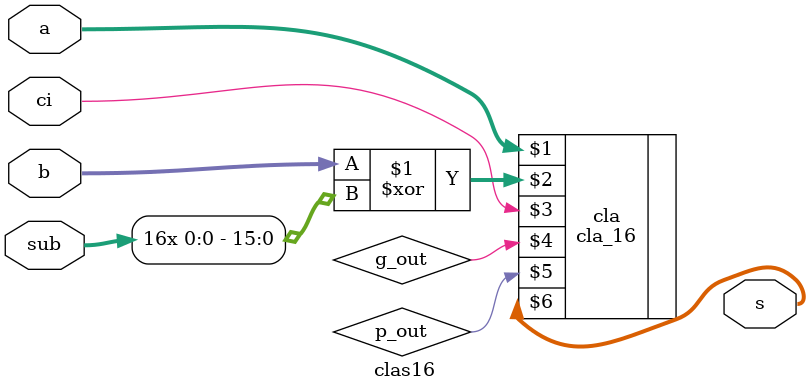
<source format=v>
/************************************************
  The Verilog HDL code example is from the book
  Computer Principles and Design in Verilog HDL
  by Yamin Li, published by A JOHN WILEY & SONS
************************************************/
module clas16 (sub,a,b,ci,s);     // 16-bit carry lookahead adder/subtracter
    input         sub;                                 // 1: sub; 0: add
    input  [15:0] a, b;                                // inputs: a, b
    input         ci;                                  // active low for sub
    output [15:0] s;                                   // output: sum
    wire          g_out, p_out;                        // internal wires
    // cla_16  (a,b,          c_in,g_out,p_out,s);
    cla_16 cla (a,b^{16{sub}},ci,  g_out,p_out,s);     // use cla_16 module
endmodule

</source>
